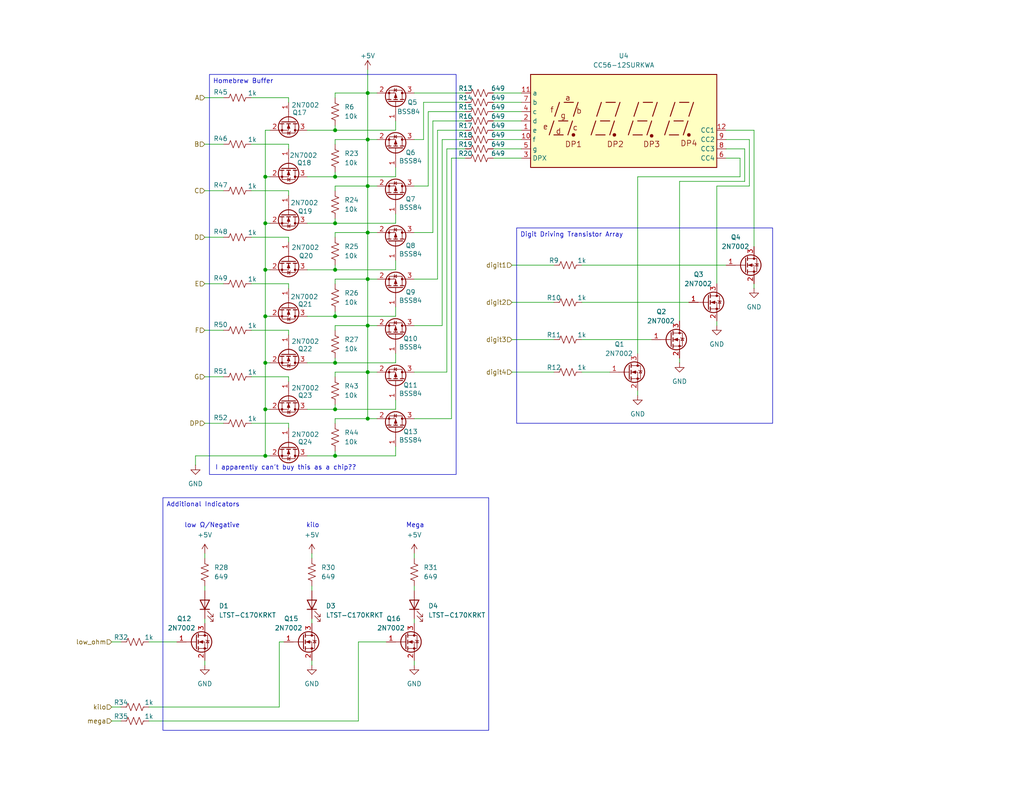
<source format=kicad_sch>
(kicad_sch (version 20231120) (generator "eeschema") (generator_version "8.0")
  (paper "A")
  (title_block (title "Multimeter Display") (date "2024-03-03") (rev "2"))
  (lib_symbols
    (symbol "Device:LED" (pin_numbers hide) (pin_names (offset 1.016) hide)
      (property "Reference" "D" (at 0 2.54 0))
      (property "Value" "LED" (at 0 -2.54 0))
      (symbol "LED_1_1"
        (pin passive line (at -3.81 0 0) (length 2.54) (name "K") (number "1"))
        (pin passive line (at 3.81 0 180) (length 2.54) (name "A") (number "2"))
      )
    )
    (symbol "Device:R_US" (pin_numbers hide) (pin_names (offset 0))
      (property "Reference" "R" (at 2.54 0 90))
      (property "Value" "R_US" (at -2.54 0 90))
      (symbol "R_US_1_1"
        (pin passive line (at 0 3.81 270) (length 1.27) (name "~") (number "1"))
        (pin passive line (at 0 -3.81 90) (length 1.27) (name "~") (number "2"))
      )
    )
    (symbol "Display_Character:CC56-12SURKWA"
      (property "Reference" "U" (at -24.13 13.97 0))
      (property "Value" "CC56-12SURKWA" (at 16.51 13.97 0))
      (symbol "CC56-12SURKWA_0_0"
        (text "a" (at -15.24 6.35 0) (effects (font (size 1.524 1.524))))
        (text "b" (at -12.192 2.794 0) (effects (font (size 1.524 1.524))))
        (text "c" (at -13.208 -1.778 0) (effects (font (size 1.524 1.524))))
        (text "d" (at -17.78 -2.794 0) (effects (font (size 1.524 1.524))))
        (text "DP1" (at -13.716 -6.35 0) (effects (font (size 1.524 1.524))))
        (text "DP2" (at -2.286 -6.35 0) (effects (font (size 1.524 1.524))))
        (text "DP3" (at 7.62 -6.35 0) (effects (font (size 1.524 1.524))))
        (text "DP4" (at 17.78 -6.096 0) (effects (font (size 1.524 1.524))))
        (text "e" (at -21.336 -1.524 0) (effects (font (size 1.524 1.524))))
        (text "f" (at -19.558 3.048 0) (effects (font (size 1.524 1.524))))
        (text "g" (at -16.51 1.524 0) (effects (font (size 1.524 1.524))))
      )
      (symbol "CC56-12SURKWA_1_1"
        (pin input line (at -27.94 -2.54 0) (length 2.54) (name "e") (number "1"))
        (pin input line (at -27.94 -5.08 0) (length 2.54) (name "f") (number "10"))
        (pin input line (at -27.94 7.62 0) (length 2.54) (name "a") (number "11"))
        (pin input line (at 27.94 -2.54 180) (length 2.54) (name "CC1") (number "12"))
        (pin input line (at -27.94 0 0) (length 2.54) (name "d") (number "2"))
        (pin input line (at -27.94 -10.16 0) (length 2.54) (name "DPX") (number "3"))
        (pin input line (at -27.94 2.54 0) (length 2.54) (name "c") (number "4"))
        (pin input line (at -27.94 -7.62 0) (length 2.54) (name "g") (number "5"))
        (pin input line (at 27.94 -10.16 180) (length 2.54) (name "CC4") (number "6"))
        (pin input line (at -27.94 5.08 0) (length 2.54) (name "b") (number "7"))
        (pin input line (at 27.94 -7.62 180) (length 2.54) (name "CC3") (number "8"))
        (pin input line (at 27.94 -5.08 180) (length 2.54) (name "CC2") (number "9"))
      )
    )
    (symbol "Transistor_FET:2N7002" (pin_names hide)
      (property "Reference" "Q" (at 5.08 1.905 0))
      (property "Value" "2N7002" (at 5.08 0 0))
      (symbol "2N7002_1_1"
        (pin input line (at -5.08 0 0) (length 2.54) (name "G") (number "1"))
        (pin passive line (at 2.54 -5.08 90) (length 2.54) (name "S") (number "2"))
        (pin passive line (at 2.54 5.08 270) (length 2.54) (name "D") (number "3"))
      )
    )
    (symbol "Transistor_FET:BSS84" (pin_names hide)
      (property "Reference" "Q" (at 5.08 1.905 0))
      (property "Value" "BSS84" (at 5.08 0 0))
      (symbol "BSS84_1_1"
        (pin input line (at -5.08 0 0) (length 2.54) (name "G") (number "1"))
        (pin passive line (at 2.54 -5.08 90) (length 2.54) (name "S") (number "2"))
        (pin passive line (at 2.54 5.08 270) (length 2.54) (name "D") (number "3"))
      )
    )
    (symbol "power:+5V" (power) (pin_numbers hide) (pin_names (offset 0) hide)
      (property "Value" "+5V" (at 0 3.556 0))
      (symbol "+5V_1_1"
        (pin power_in line (at 0 0 90) (length 0) (name "~") (number "1"))
      )
    )
    (symbol "power:GND" (power) (pin_numbers hide) (pin_names (offset 0) hide)
      (property "Value" "GND" (at 0 -3.81 0))
      (symbol "GND_1_1"
        (pin power_in line (at 0 0 270) (length 0) (name "~") (number "1"))
      )
    )
  )
  (junction (at 72.39 48.26))
  (junction (at 91.44 48.26))
  (junction (at 72.39 99.06))
  (junction (at 91.44 111.76))
  (junction (at 72.39 111.76))
  (junction (at 100.33 25.4))
  (junction (at 72.39 73.66))
  (junction (at 91.44 60.96))
  (junction (at 91.44 86.36))
  (junction (at 72.39 60.96))
  (junction (at 91.44 35.56))
  (junction (at 72.39 124.46))
  (junction (at 100.33 101.6))
  (junction (at 72.39 86.36))
  (junction (at 91.44 99.06))
  (junction (at 100.33 50.8))
  (junction (at 100.33 63.5))
  (junction (at 100.33 114.3))
  (junction (at 91.44 124.46))
  (junction (at 100.33 88.9))
  (junction (at 100.33 38.1))
  (junction (at 91.44 73.66))
  (junction (at 100.33 76.2))
  (wire (pts (xy 91.44 63.5) (xy 91.44 64.77)))
  (wire (pts (xy 91.44 102.87) (xy 91.44 101.6)))
  (wire (pts (xy 91.44 111.76) (xy 91.44 110.49)))
  (wire (pts (xy 100.33 50.8) (xy 100.33 63.5)))
  (wire (pts (xy 118.11 33.02) (xy 127 33.02)))
  (wire (pts (xy 72.39 60.96) (xy 72.39 48.26)))
  (wire (pts (xy 116.84 50.8) (xy 116.84 30.48)))
  (wire (pts (xy 72.39 73.66) (xy 72.39 60.96)))
  (wire (pts (xy 100.33 63.5) (xy 100.33 76.2)))
  (wire (pts (xy 91.44 50.8) (xy 91.44 52.07)))
  (wire (pts (xy 78.74 115.57) (xy 78.74 116.84)))
  (wire (pts (xy 107.95 73.66) (xy 107.95 71.12)))
  (wire (pts (xy 68.58 77.47) (xy 78.74 77.47)))
  (wire (pts (xy 121.92 40.64) (xy 127 40.64)))
  (wire (pts (xy 100.33 101.6) (xy 102.87 101.6)))
  (wire (pts (xy 68.58 90.17) (xy 78.74 90.17)))
  (wire (pts (xy 83.82 86.36) (xy 91.44 86.36)))
  (wire (pts (xy 91.44 76.2) (xy 100.33 76.2)))
  (wire (pts (xy 72.39 60.96) (xy 73.66 60.96)))
  (wire (pts (xy 119.38 76.2) (xy 119.38 35.56)))
  (wire (pts (xy 107.95 124.46) (xy 107.95 121.92)))
  (wire (pts (xy 72.39 86.36) (xy 73.66 86.36)))
  (wire (pts (xy 68.58 102.87) (xy 78.74 102.87)))
  (wire (pts (xy 102.87 50.8) (xy 100.33 50.8)))
  (wire (pts (xy 55.88 180.34) (xy 55.88 181.61)))
  (wire (pts (xy 100.33 76.2) (xy 102.87 76.2)))
  (wire (pts (xy 78.74 64.77) (xy 78.74 66.04)))
  (wire (pts (xy 91.44 73.66) (xy 107.95 73.66)))
  (wire (pts (xy 85.09 168.91) (xy 85.09 170.18)))
  (wire (pts (xy 102.87 88.9) (xy 100.33 88.9)))
  (wire (pts (xy 68.58 115.57) (xy 78.74 115.57)))
  (wire (pts (xy 55.88 77.47) (xy 60.96 77.47)))
  (wire (pts (xy 107.95 99.06) (xy 107.95 96.52)))
  (wire (pts (xy 205.74 77.47) (xy 205.74 78.74)))
  (wire (pts (xy 100.33 63.5) (xy 91.44 63.5)))
  (wire (pts (xy 55.88 102.87) (xy 60.96 102.87)))
  (wire (pts (xy 134.62 38.1) (xy 142.24 38.1)))
  (wire (pts (xy 102.87 63.5) (xy 100.33 63.5)))
  (wire (pts (xy 68.58 39.37) (xy 78.74 39.37)))
  (wire (pts (xy 53.34 127) (xy 53.34 124.46)))
  (wire (pts (xy 107.95 111.76) (xy 91.44 111.76)))
  (wire (pts (xy 100.33 38.1) (xy 100.33 50.8)))
  (wire (pts (xy 55.88 90.17) (xy 60.96 90.17)))
  (wire (pts (xy 72.39 99.06) (xy 73.66 99.06)))
  (wire (pts (xy 107.95 35.56) (xy 107.95 33.02)))
  (wire (pts (xy 113.03 151.13) (xy 113.03 152.4)))
  (wire (pts (xy 76.2 193.04) (xy 76.2 175.26)))
  (wire (pts (xy 91.44 38.1) (xy 91.44 39.37)))
  (wire (pts (xy 30.48 175.26) (xy 33.02 175.26)))
  (wire (pts (xy 139.7 72.39) (xy 151.13 72.39)))
  (wire (pts (xy 203.2 49.53) (xy 203.2 40.64)))
  (wire (pts (xy 91.44 59.69) (xy 91.44 60.96)))
  (wire (pts (xy 134.62 27.94) (xy 142.24 27.94)))
  (wire (pts (xy 201.93 43.18) (xy 198.12 43.18)))
  (wire (pts (xy 100.33 38.1) (xy 91.44 38.1)))
  (wire (pts (xy 120.65 88.9) (xy 120.65 38.1)))
  (wire (pts (xy 72.39 73.66) (xy 73.66 73.66)))
  (wire (pts (xy 203.2 40.64) (xy 198.12 40.64)))
  (wire (pts (xy 119.38 35.56) (xy 127 35.56)))
  (wire (pts (xy 100.33 25.4) (xy 102.87 25.4)))
  (wire (pts (xy 97.79 175.26) (xy 105.41 175.26)))
  (wire (pts (xy 30.48 196.85) (xy 33.02 196.85)))
  (wire (pts (xy 100.33 19.05) (xy 100.33 25.4)))
  (wire (pts (xy 72.39 99.06) (xy 72.39 86.36)))
  (wire (pts (xy 55.88 168.91) (xy 55.88 170.18)))
  (wire (pts (xy 173.99 96.52) (xy 173.99 48.26)))
  (wire (pts (xy 123.19 114.3) (xy 123.19 43.18)))
  (wire (pts (xy 91.44 86.36) (xy 91.44 85.09)))
  (wire (pts (xy 134.62 40.64) (xy 142.24 40.64)))
  (wire (pts (xy 113.03 168.91) (xy 113.03 170.18)))
  (wire (pts (xy 97.79 196.85) (xy 97.79 175.26)))
  (wire (pts (xy 195.58 87.63) (xy 195.58 88.9)))
  (wire (pts (xy 91.44 101.6) (xy 100.33 101.6)))
  (wire (pts (xy 55.88 26.67) (xy 60.96 26.67)))
  (wire (pts (xy 55.88 39.37) (xy 60.96 39.37)))
  (wire (pts (xy 91.44 34.29) (xy 91.44 35.56)))
  (wire (pts (xy 91.44 25.4) (xy 100.33 25.4)))
  (wire (pts (xy 116.84 30.48) (xy 127 30.48)))
  (wire (pts (xy 102.87 38.1) (xy 100.33 38.1)))
  (wire (pts (xy 201.93 48.26) (xy 201.93 43.18)))
  (wire (pts (xy 113.03 76.2) (xy 119.38 76.2)))
  (wire (pts (xy 100.33 76.2) (xy 100.33 88.9)))
  (wire (pts (xy 68.58 64.77) (xy 78.74 64.77)))
  (wire (pts (xy 158.75 92.71) (xy 177.8 92.71)))
  (wire (pts (xy 158.75 101.6) (xy 166.37 101.6)))
  (wire (pts (xy 173.99 106.68) (xy 173.99 107.95)))
  (wire (pts (xy 102.87 114.3) (xy 100.33 114.3)))
  (wire (pts (xy 91.44 35.56) (xy 107.95 35.56)))
  (wire (pts (xy 85.09 151.13) (xy 85.09 152.4)))
  (wire (pts (xy 185.42 49.53) (xy 203.2 49.53)))
  (wire (pts (xy 113.03 25.4) (xy 127 25.4)))
  (wire (pts (xy 115.57 27.94) (xy 127 27.94)))
  (wire (pts (xy 78.74 26.67) (xy 78.74 27.94)))
  (wire (pts (xy 72.39 48.26) (xy 73.66 48.26)))
  (wire (pts (xy 55.88 64.77) (xy 60.96 64.77)))
  (wire (pts (xy 72.39 124.46) (xy 72.39 111.76)))
  (wire (pts (xy 91.44 99.06) (xy 107.95 99.06)))
  (wire (pts (xy 134.62 30.48) (xy 142.24 30.48)))
  (wire (pts (xy 123.19 43.18) (xy 127 43.18)))
  (wire (pts (xy 113.03 88.9) (xy 120.65 88.9)))
  (wire (pts (xy 83.82 73.66) (xy 91.44 73.66)))
  (wire (pts (xy 100.33 88.9) (xy 100.33 101.6)))
  (wire (pts (xy 185.42 87.63) (xy 185.42 49.53)))
  (wire (pts (xy 113.03 50.8) (xy 116.84 50.8)))
  (wire (pts (xy 158.75 82.55) (xy 187.96 82.55)))
  (wire (pts (xy 68.58 52.07) (xy 78.74 52.07)))
  (wire (pts (xy 195.58 77.47) (xy 195.58 50.8)))
  (wire (pts (xy 205.74 35.56) (xy 198.12 35.56)))
  (wire (pts (xy 55.88 151.13) (xy 55.88 152.4)))
  (wire (pts (xy 91.44 97.79) (xy 91.44 99.06)))
  (wire (pts (xy 134.62 33.02) (xy 142.24 33.02)))
  (wire (pts (xy 107.95 86.36) (xy 91.44 86.36)))
  (wire (pts (xy 173.99 48.26) (xy 201.93 48.26)))
  (wire (pts (xy 113.03 160.02) (xy 113.03 161.29)))
  (wire (pts (xy 113.03 180.34) (xy 113.03 181.61)))
  (wire (pts (xy 91.44 114.3) (xy 91.44 115.57)))
  (wire (pts (xy 78.74 77.47) (xy 78.74 78.74)))
  (wire (pts (xy 115.57 38.1) (xy 115.57 27.94)))
  (wire (pts (xy 40.64 196.85) (xy 97.79 196.85)))
  (wire (pts (xy 91.44 123.19) (xy 91.44 124.46)))
  (wire (pts (xy 100.33 114.3) (xy 91.44 114.3)))
  (wire (pts (xy 134.62 35.56) (xy 142.24 35.56)))
  (wire (pts (xy 83.82 99.06) (xy 91.44 99.06)))
  (wire (pts (xy 113.03 38.1) (xy 115.57 38.1)))
  (wire (pts (xy 100.33 50.8) (xy 91.44 50.8)))
  (wire (pts (xy 72.39 35.56) (xy 73.66 35.56)))
  (wire (pts (xy 204.47 50.8) (xy 204.47 38.1)))
  (wire (pts (xy 158.75 72.39) (xy 198.12 72.39)))
  (wire (pts (xy 134.62 25.4) (xy 142.24 25.4)))
  (wire (pts (xy 107.95 83.82) (xy 107.95 86.36)))
  (wire (pts (xy 72.39 111.76) (xy 72.39 99.06)))
  (wire (pts (xy 72.39 111.76) (xy 73.66 111.76)))
  (wire (pts (xy 72.39 124.46) (xy 73.66 124.46)))
  (wire (pts (xy 107.95 48.26) (xy 107.95 45.72)))
  (wire (pts (xy 30.48 193.04) (xy 33.02 193.04)))
  (wire (pts (xy 91.44 88.9) (xy 91.44 90.17)))
  (wire (pts (xy 78.74 90.17) (xy 78.74 91.44)))
  (wire (pts (xy 55.88 115.57) (xy 60.96 115.57)))
  (wire (pts (xy 91.44 72.39) (xy 91.44 73.66)))
  (wire (pts (xy 205.74 35.56) (xy 205.74 67.31)))
  (wire (pts (xy 83.82 111.76) (xy 91.44 111.76)))
  (wire (pts (xy 139.7 92.71) (xy 151.13 92.71)))
  (wire (pts (xy 83.82 124.46) (xy 91.44 124.46)))
  (wire (pts (xy 40.64 175.26) (xy 48.26 175.26)))
  (wire (pts (xy 91.44 77.47) (xy 91.44 76.2)))
  (wire (pts (xy 113.03 101.6) (xy 121.92 101.6)))
  (wire (pts (xy 91.44 48.26) (xy 107.95 48.26)))
  (wire (pts (xy 100.33 101.6) (xy 100.33 114.3)))
  (wire (pts (xy 72.39 48.26) (xy 72.39 35.56)))
  (wire (pts (xy 100.33 25.4) (xy 100.33 38.1)))
  (wire (pts (xy 120.65 38.1) (xy 127 38.1)))
  (wire (pts (xy 195.58 50.8) (xy 204.47 50.8)))
  (wire (pts (xy 76.2 175.26) (xy 77.47 175.26)))
  (wire (pts (xy 78.74 52.07) (xy 78.74 53.34)))
  (wire (pts (xy 91.44 60.96) (xy 107.95 60.96)))
  (wire (pts (xy 83.82 60.96) (xy 91.44 60.96)))
  (wire (pts (xy 118.11 63.5) (xy 118.11 33.02)))
  (wire (pts (xy 113.03 63.5) (xy 118.11 63.5)))
  (wire (pts (xy 139.7 82.55) (xy 151.13 82.55)))
  (wire (pts (xy 113.03 114.3) (xy 123.19 114.3)))
  (wire (pts (xy 107.95 109.22) (xy 107.95 111.76)))
  (wire (pts (xy 204.47 38.1) (xy 198.12 38.1)))
  (wire (pts (xy 53.34 124.46) (xy 72.39 124.46)))
  (wire (pts (xy 185.42 97.79) (xy 185.42 99.06)))
  (wire (pts (xy 55.88 160.02) (xy 55.88 161.29)))
  (wire (pts (xy 91.44 26.67) (xy 91.44 25.4)))
  (wire (pts (xy 121.92 101.6) (xy 121.92 40.64)))
  (wire (pts (xy 83.82 35.56) (xy 91.44 35.56)))
  (wire (pts (xy 134.62 43.18) (xy 142.24 43.18)))
  (wire (pts (xy 85.09 160.02) (xy 85.09 161.29)))
  (wire (pts (xy 68.58 26.67) (xy 78.74 26.67)))
  (wire (pts (xy 83.82 48.26) (xy 91.44 48.26)))
  (wire (pts (xy 85.09 180.34) (xy 85.09 181.61)))
  (wire (pts (xy 40.64 193.04) (xy 76.2 193.04)))
  (wire (pts (xy 139.7 101.6) (xy 151.13 101.6)))
  (wire (pts (xy 91.44 124.46) (xy 107.95 124.46)))
  (wire (pts (xy 107.95 60.96) (xy 107.95 58.42)))
  (wire (pts (xy 100.33 88.9) (xy 91.44 88.9)))
  (wire (pts (xy 78.74 102.87) (xy 78.74 104.14)))
  (wire (pts (xy 91.44 46.99) (xy 91.44 48.26)))
  (wire (pts (xy 78.74 39.37) (xy 78.74 40.64)))
  (wire (pts (xy 55.88 52.07) (xy 60.96 52.07)))
  (wire (pts (xy 72.39 86.36) (xy 72.39 73.66)))
  (text_box "Digit Driving Transistor Array" (at 140.97 62.23 0) (size 69.85 53.34) (effects (font (size 1.27 1.27)) (justify left top)))
  (text_box "Homebrew Buffer" (at 57.15 20.32 0) (size 67.31 109.22) (effects (font (size 1.27 1.27)) (justify left top)))
  (text_box "Additional Indicators" (at 44.45 135.89 0) (size 88.9 63.5) (effects (font (size 1.27 1.27)) (justify left top)))
  (text "kilo" (at 85.344 143.51 0) (effects (font (size 1.27 1.27))))
  (text "I apparently can't buy this as a chip??" (at 77.978 127.762 0) (effects (font (size 1.27 1.27))))
  (text "Mega" (at 113.284 143.51 0) (effects (font (size 1.27 1.27))))
  (text "low Ω/Negative" (at 50.292 144.272 0) (effects (font (size 1.27 1.27)) (justify left bottom)))
  (hierarchical_label "digit4" (shape input) (at 139.7 101.6 180))
  (hierarchical_label "B" (shape input) (at 55.88 39.37 180))
  (hierarchical_label "low_ohm" (shape input) (at 30.48 175.26 180))
  (hierarchical_label "kilo" (shape input) (at 30.48 193.04 180))
  (hierarchical_label "E" (shape input) (at 55.88 77.47 180))
  (hierarchical_label "digit2" (shape input) (at 139.7 82.55 180))
  (hierarchical_label "mega" (shape input) (at 30.48 196.85 180))
  (hierarchical_label "D" (shape input) (at 55.88 64.77 180))
  (hierarchical_label "DP" (shape input) (at 55.88 115.57 180))
  (hierarchical_label "digit1" (shape input) (at 139.7 72.39 180))
  (hierarchical_label "A" (shape input) (at 55.88 26.67 180))
  (hierarchical_label "F" (shape input) (at 55.88 90.17 180))
  (hierarchical_label "digit3" (shape input) (at 139.7 92.71 180))
  (hierarchical_label "G" (shape input) (at 55.88 102.87 180))
  (hierarchical_label "C" (shape input) (at 55.88 52.07 180))
  (symbol (lib_id "Device:R_US") (at 130.81 35.56 90) (unit 1)
    (property "Reference" "R17" (at 127 34.29 90))
    (property "Value" "649" (at 135.89 34.29 90))
    (property "Footprint" "Resistor_SMD:R_0805_2012Metric_Pad1.20x1.40mm_HandSolder" (effects (hide yes)))
    (property "Description" "Resistor, US symbol" (effects (hide yes)))
    (property "Digikey Part #" "RMCF0805FT649RCT-ND" (effects (hide yes)))
    (property "Part #" "RMCF0805FT649R" (effects (hide yes)))
    (property "Unit Price" "0.1" (effects (hide yes)))
  )
  (symbol (lib_id "Device:R_US") (at 154.94 82.55 90) (unit 1)
    (property "Reference" "R10" (at 151.13 81.28 90))
    (property "Value" "1k" (at 158.75 81.28 90))
    (property "Footprint" "Resistor_SMD:R_0805_2012Metric_Pad1.20x1.40mm_HandSolder" (effects (hide yes)))
    (property "Description" "Resistor, US symbol" (effects (hide yes)))
    (property "Digikey Part #" "RMCF0805FT1K00CT-ND" (effects (hide yes)))
    (property "Part #" "RMCF0805FT1K00" (effects (hide yes)))
    (property "Unit Price" "0.1" (effects (hide yes)))
  )
  (symbol (lib_id "Device:R_US") (at 91.44 119.38 0) (unit 1)
    (property "Reference" "R44" (at 93.98 118.1099 0) (effects (justify left)))
    (property "Value" "10k" (at 93.98 120.6499 0) (effects (justify left)))
    (property "Footprint" "Resistor_SMD:R_0805_2012Metric_Pad1.20x1.40mm_HandSolder" (effects (hide yes)))
    (property "Description" "Resistor, US symbol" (effects (hide yes)))
    (property "Digikey Part #" "RMCF0805FT10K0CT-ND" (effects (hide yes)))
    (property "Part #" "RMCF0805FT10K0" (effects (hide yes)))
    (property "Unit Price" "0.1" (effects (hide yes)))
  )
  (symbol (lib_id "Device:R_US") (at 36.83 193.04 90) (unit 1)
    (property "Reference" "R34" (at 33.02 191.77 90))
    (property "Value" "1k" (at 40.64 191.77 90))
    (property "Footprint" "Resistor_SMD:R_0805_2012Metric_Pad1.20x1.40mm_HandSolder" (effects (hide yes)))
    (property "Description" "Resistor, US symbol" (effects (hide yes)))
    (property "Digikey Part #" "RMCF0805FT1K00CT-ND" (effects (hide yes)))
    (property "Part #" "RMCF0805FT1K00" (effects (hide yes)))
    (property "Unit Price" "0.1" (effects (hide yes)))
  )
  (symbol (lib_id "power:+5V") (at 55.88 151.13 0) (unit 1)
    (property "Reference" "#PWR041" (effects (hide yes)))
    (property "Value" "+5V" (at 55.88 146.05 0))
    (property "Description" "Power symbol creates a global label with name \"+5V\"" (effects (hide yes)))
  )
  (symbol (lib_id "Device:R_US") (at 154.94 101.6 90) (unit 1)
    (property "Reference" "R12" (at 151.13 100.33 90))
    (property "Value" "1k" (at 158.75 100.33 90))
    (property "Footprint" "Resistor_SMD:R_0805_2012Metric_Pad1.20x1.40mm_HandSolder" (effects (hide yes)))
    (property "Description" "Resistor, US symbol" (effects (hide yes)))
    (property "Digikey Part #" "RMCF0805FT1K00CT-ND" (effects (hide yes)))
    (property "Part #" "RMCF0805FT1K00" (effects (hide yes)))
    (property "Unit Price" "0.1" (effects (hide yes)))
  )
  (symbol (lib_id "Transistor_FET:BSS84") (at 107.95 104.14 270) (mirror x) (unit 1)
    (property "Reference" "Q11" (at 112.014 105.156 90))
    (property "Value" "BSS84" (at 112.014 107.442 90))
    (property "Footprint" "Package_TO_SOT_SMD:SOT-23" (effects (hide yes)))
    (property "Datasheet" "http://assets.nexperia.com/documents/data-sheet/BSS84.pdf" (effects (hide yes)))
    (property "Description" "-0.13A Id, -50V Vds, P-Channel MOSFET, SOT-23" (effects (hide yes)))
    (property "Digikey Part #" "BSS84CT-ND" (effects (hide yes)))
    (property "Part #" "BSS84" (effects (hide yes)))
    (property "Unit Price" "0.48" (effects (hide yes)))
  )
  (symbol (lib_id "power:GND") (at 55.88 181.61 0) (unit 1)
    (property "Reference" "#PWR021" (effects (hide yes)))
    (property "Value" "GND" (at 55.88 186.69 0))
    (property "Description" "Power symbol creates a global label with name \"GND\" , ground" (effects (hide yes)))
  )
  (symbol (lib_id "Device:R_US") (at 91.44 55.88 0) (unit 1)
    (property "Reference" "R24" (at 93.98 54.6099 0) (effects (justify left)))
    (property "Value" "10k" (at 93.98 57.1499 0) (effects (justify left)))
    (property "Footprint" "Resistor_SMD:R_0805_2012Metric_Pad1.20x1.40mm_HandSolder" (effects (hide yes)))
    (property "Description" "Resistor, US symbol" (effects (hide yes)))
    (property "Digikey Part #" "RMCF0805FT10K0CT-ND" (effects (hide yes)))
    (property "Part #" "RMCF0805FT10K0" (effects (hide yes)))
    (property "Unit Price" "0.1" (effects (hide yes)))
  )
  (symbol (lib_id "Device:R_US") (at 91.44 81.28 0) (unit 1)
    (property "Reference" "R26" (at 93.98 80.0099 0) (effects (justify left)))
    (property "Value" "10k" (at 93.98 82.5499 0) (effects (justify left)))
    (property "Footprint" "Resistor_SMD:R_0805_2012Metric_Pad1.20x1.40mm_HandSolder" (effects (hide yes)))
    (property "Description" "Resistor, US symbol" (effects (hide yes)))
    (property "Digikey Part #" "RMCF0805FT10K0CT-ND" (effects (hide yes)))
    (property "Part #" "RMCF0805FT10K0" (effects (hide yes)))
    (property "Unit Price" "0.1" (effects (hide yes)))
  )
  (symbol (lib_id "Display_Character:CC56-12SURKWA") (at 170.18 33.02 0) (unit 1)
    (property "Reference" "U4" (at 170.18 15.24 0))
    (property "Value" "CC56-12SURKWA" (at 170.18 17.78 0))
    (property "Footprint" "Display_7Segment:CA56-12SURKWA" (effects (hide yes)))
    (property "Datasheet" "http://www.kingbright.com/attachments/file/psearch/000/00/00/CC56-12SURKWA(Ver.7A).pdf" (effects (hide yes)))
    (property "Description" "4 digit 7 segment hyper red LED, common cathode" (effects (hide yes)))
    (property "Digikey Part #" "754-CC56-12SURKWA-ND" (effects (hide yes)))
    (property "Part #" "CC56-12SURKWA" (effects (hide yes)))
    (property "Unit Price" "6.38" (effects (hide yes)))
  )
  (symbol (lib_id "power:GND") (at 53.34 127 0) (unit 1)
    (property "Reference" "#PWR01" (effects (hide yes)))
    (property "Value" "GND" (at 53.34 132.08 0))
    (property "Description" "Power symbol creates a global label with name \"GND\" , ground" (effects (hide yes)))
  )
  (symbol (lib_id "Transistor_FET:2N7002") (at 53.34 175.26 0) (unit 1)
    (property "Reference" "Q12" (at 48.26 168.91 0) (effects (justify left)))
    (property "Value" "2N7002" (at 45.72 171.45 0) (effects (justify left)))
    (property "Footprint" "Package_TO_SOT_SMD:SOT-23" (effects (hide yes)))
    (property "Datasheet" "https://www.onsemi.com/pub/Collateral/NDS7002A-D.PDF" (effects (hide yes)))
    (property "Description" "0.115A Id, 60V Vds, N-Channel MOSFET, SOT-23" (effects (hide yes)))
    (property "Digikey Part #" "2N7002NCT-ND" (effects (hide yes)))
    (property "Part #" "2N7002" (effects (hide yes)))
    (property "Unit Price" "0.45" (effects (hide yes)))
  )
  (symbol (lib_id "Device:R_US") (at 64.77 115.57 90) (unit 1)
    (property "Reference" "R52" (at 60.198 114.046 90))
    (property "Value" "1k" (at 68.834 114.3 90))
    (property "Footprint" "Resistor_SMD:R_0805_2012Metric_Pad1.20x1.40mm_HandSolder" (effects (hide yes)))
    (property "Description" "Resistor, US symbol" (effects (hide yes)))
    (property "Digikey Part #" "RMCF0805FT1K00CT-ND" (effects (hide yes)))
    (property "Part #" "RMCF0805FT1K00" (effects (hide yes)))
    (property "Unit Price" "0.1" (effects (hide yes)))
  )
  (symbol (lib_id "Device:R_US") (at 64.77 26.67 90) (unit 1)
    (property "Reference" "R45" (at 60.198 25.146 90))
    (property "Value" "1k" (at 68.834 25.4 90))
    (property "Footprint" "Resistor_SMD:R_0805_2012Metric_Pad1.20x1.40mm_HandSolder" (effects (hide yes)))
    (property "Description" "Resistor, US symbol" (effects (hide yes)))
    (property "Digikey Part #" "RMCF0805FT1K00CT-ND" (effects (hide yes)))
    (property "Part #" "RMCF0805FT1K00" (effects (hide yes)))
    (property "Unit Price" "0.1" (effects (hide yes)))
  )
  (symbol (lib_id "Transistor_FET:2N7002") (at 78.74 45.72 270) (unit 1)
    (property "Reference" "Q18" (at 81.026 44.45 90) (effects (justify left)))
    (property "Value" "2N7002" (at 78.994 42.418 90) (effects (justify left)))
    (property "Footprint" "Package_TO_SOT_SMD:SOT-23" (effects (hide yes)))
    (property "Datasheet" "https://www.onsemi.com/pub/Collateral/NDS7002A-D.PDF" (effects (hide yes)))
    (property "Description" "0.115A Id, 60V Vds, N-Channel MOSFET, SOT-23" (effects (hide yes)))
    (property "Digikey Part #" "2N7002NCT-ND" (effects (hide yes)))
    (property "Part #" "2N7002" (effects (hide yes)))
    (property "Unit Price" "0.45" (effects (hide yes)))
  )
  (symbol (lib_id "Transistor_FET:2N7002") (at 203.2 72.39 0) (unit 1)
    (property "Reference" "Q4" (at 199.39 64.77 0) (effects (justify left)))
    (property "Value" "2N7002" (at 196.85 67.31 0) (effects (justify left)))
    (property "Footprint" "Package_TO_SOT_SMD:SOT-23" (effects (hide yes)))
    (property "Datasheet" "https://www.onsemi.com/pub/Collateral/NDS7002A-D.PDF" (effects (hide yes)))
    (property "Description" "0.115A Id, 60V Vds, N-Channel MOSFET, SOT-23" (effects (hide yes)))
    (property "Digikey Part #" "2N7002NCT-ND" (effects (hide yes)))
    (property "Part #" "2N7002" (effects (hide yes)))
    (property "Unit Price" "0.45" (effects (hide yes)))
  )
  (symbol (lib_id "Transistor_FET:2N7002") (at 78.74 96.52 270) (unit 1)
    (property "Reference" "Q22" (at 81.28 95.25 90) (effects (justify left)))
    (property "Value" "2N7002" (at 79.502 93.218 90) (effects (justify left)))
    (property "Footprint" "Package_TO_SOT_SMD:SOT-23" (effects (hide yes)))
    (property "Datasheet" "https://www.onsemi.com/pub/Collateral/NDS7002A-D.PDF" (effects (hide yes)))
    (property "Description" "0.115A Id, 60V Vds, N-Channel MOSFET, SOT-23" (effects (hide yes)))
    (property "Digikey Part #" "2N7002NCT-ND" (effects (hide yes)))
    (property "Part #" "2N7002" (effects (hide yes)))
    (property "Unit Price" "0.45" (effects (hide yes)))
  )
  (symbol (lib_id "Device:LED") (at 55.88 165.1 90) (unit 1)
    (property "Reference" "D1" (at 59.69 165.4175 90) (effects (justify right)))
    (property "Value" "LTST-C170KRKT" (at 59.69 167.9575 90) (effects (justify right)))
    (property "Footprint" "LED_SMD:LED_0805_2012Metric" (effects (hide yes)))
    (property "Description" "Light emitting diode" (effects (hide yes)))
    (property "Digikey Part #" "160-1415-1-ND" (effects (hide yes)))
    (property "Part #" "LTST-C170KRKT" (effects (hide yes)))
    (property "Unit Price" "0.32" (effects (hide yes)))
  )
  (symbol (lib_id "Transistor_FET:2N7002") (at 182.88 92.71 0) (unit 1)
    (property "Reference" "Q2" (at 179.07 85.09 0) (effects (justify left)))
    (property "Value" "2N7002" (at 176.53 87.63 0) (effects (justify left)))
    (property "Footprint" "Package_TO_SOT_SMD:SOT-23" (effects (hide yes)))
    (property "Datasheet" "https://www.onsemi.com/pub/Collateral/NDS7002A-D.PDF" (effects (hide yes)))
    (property "Description" "0.115A Id, 60V Vds, N-Channel MOSFET, SOT-23" (effects (hide yes)))
    (property "Digikey Part #" "2N7002NCT-ND" (effects (hide yes)))
    (property "Part #" "2N7002" (effects (hide yes)))
    (property "Unit Price" "0.45" (effects (hide yes)))
  )
  (symbol (lib_id "Device:R_US") (at 91.44 93.98 0) (unit 1)
    (property "Reference" "R27" (at 93.98 92.7099 0) (effects (justify left)))
    (property "Value" "10k" (at 93.98 95.2499 0) (effects (justify left)))
    (property "Footprint" "Resistor_SMD:R_0805_2012Metric_Pad1.20x1.40mm_HandSolder" (effects (hide yes)))
    (property "Description" "Resistor, US symbol" (effects (hide yes)))
    (property "Digikey Part #" "RMCF0805FT10K0CT-ND" (effects (hide yes)))
    (property "Part #" "RMCF0805FT10K0" (effects (hide yes)))
    (property "Unit Price" "0.1" (effects (hide yes)))
  )
  (symbol (lib_id "Transistor_FET:BSS84") (at 107.95 53.34 270) (mirror x) (unit 1)
    (property "Reference" "Q7" (at 112.014 54.356 90))
    (property "Value" "BSS84" (at 112.014 56.642 90))
    (property "Footprint" "Package_TO_SOT_SMD:SOT-23" (effects (hide yes)))
    (property "Datasheet" "http://assets.nexperia.com/documents/data-sheet/BSS84.pdf" (effects (hide yes)))
    (property "Description" "-0.13A Id, -50V Vds, P-Channel MOSFET, SOT-23" (effects (hide yes)))
    (property "Digikey Part #" "BSS84CT-ND" (effects (hide yes)))
    (property "Part #" "BSS84" (effects (hide yes)))
    (property "Unit Price" "0.48" (effects (hide yes)))
  )
  (symbol (lib_id "Transistor_FET:2N7002") (at 78.74 83.82 270) (unit 1)
    (property "Reference" "Q21" (at 81.28 83.058 90) (effects (justify left)))
    (property "Value" "2N7002" (at 79.248 81.026 90) (effects (justify left)))
    (property "Footprint" "Package_TO_SOT_SMD:SOT-23" (effects (hide yes)))
    (property "Datasheet" "https://www.onsemi.com/pub/Collateral/NDS7002A-D.PDF" (effects (hide yes)))
    (property "Description" "0.115A Id, 60V Vds, N-Channel MOSFET, SOT-23" (effects (hide yes)))
    (property "Digikey Part #" "2N7002NCT-ND" (effects (hide yes)))
    (property "Part #" "2N7002" (effects (hide yes)))
    (property "Unit Price" "0.45" (effects (hide yes)))
  )
  (symbol (lib_id "Transistor_FET:BSS84") (at 107.95 91.44 270) (mirror x) (unit 1)
    (property "Reference" "Q10" (at 112.014 92.456 90))
    (property "Value" "BSS84" (at 112.014 94.742 90))
    (property "Footprint" "Package_TO_SOT_SMD:SOT-23" (effects (hide yes)))
    (property "Datasheet" "http://assets.nexperia.com/documents/data-sheet/BSS84.pdf" (effects (hide yes)))
    (property "Description" "-0.13A Id, -50V Vds, P-Channel MOSFET, SOT-23" (effects (hide yes)))
    (property "Digikey Part #" "BSS84CT-ND" (effects (hide yes)))
    (property "Part #" "BSS84" (effects (hide yes)))
    (property "Unit Price" "0.48" (effects (hide yes)))
  )
  (symbol (lib_id "Device:R_US") (at 91.44 43.18 0) (unit 1)
    (property "Reference" "R23" (at 93.98 41.9099 0) (effects (justify left)))
    (property "Value" "10k" (at 93.98 44.4499 0) (effects (justify left)))
    (property "Footprint" "Resistor_SMD:R_0805_2012Metric_Pad1.20x1.40mm_HandSolder" (effects (hide yes)))
    (property "Description" "Resistor, US symbol" (effects (hide yes)))
    (property "Digikey Part #" "RMCF0805FT10K0CT-ND" (effects (hide yes)))
    (property "Part #" "RMCF0805FT10K0" (effects (hide yes)))
    (property "Unit Price" "0.1" (effects (hide yes)))
  )
  (symbol (lib_id "Transistor_FET:2N7002") (at 82.55 175.26 0) (unit 1)
    (property "Reference" "Q15" (at 77.47 168.91 0) (effects (justify left)))
    (property "Value" "2N7002" (at 74.93 171.45 0) (effects (justify left)))
    (property "Footprint" "Package_TO_SOT_SMD:SOT-23" (effects (hide yes)))
    (property "Datasheet" "https://www.onsemi.com/pub/Collateral/NDS7002A-D.PDF" (effects (hide yes)))
    (property "Description" "0.115A Id, 60V Vds, N-Channel MOSFET, SOT-23" (effects (hide yes)))
    (property "Digikey Part #" "2N7002NCT-ND" (effects (hide yes)))
    (property "Part #" "2N7002" (effects (hide yes)))
    (property "Unit Price" "0.45" (effects (hide yes)))
  )
  (symbol (lib_id "Device:R_US") (at 85.09 156.21 0) (unit 1)
    (property "Reference" "R30" (at 87.63 154.94 0) (effects (justify left)))
    (property "Value" "649" (at 87.63 157.48 0) (effects (justify left)))
    (property "Footprint" "Resistor_SMD:R_0805_2012Metric_Pad1.20x1.40mm_HandSolder" (effects (hide yes)))
    (property "Description" "Resistor, US symbol" (effects (hide yes)))
    (property "Digikey Part #" "RMCF0805FT649RCT-ND" (effects (hide yes)))
    (property "Part #" "RMCF0805FT649R" (effects (hide yes)))
    (property "Unit Price" "0.1" (effects (hide yes)))
  )
  (symbol (lib_id "Device:R_US") (at 36.83 175.26 90) (unit 1)
    (property "Reference" "R32" (at 33.02 173.99 90))
    (property "Value" "1k" (at 40.64 173.99 90))
    (property "Footprint" "Resistor_SMD:R_0805_2012Metric_Pad1.20x1.40mm_HandSolder" (effects (hide yes)))
    (property "Description" "Resistor, US symbol" (effects (hide yes)))
    (property "Digikey Part #" "RMCF0805FT1K00CT-ND" (effects (hide yes)))
    (property "Part #" "RMCF0805FT1K00" (effects (hide yes)))
    (property "Unit Price" "0.1" (effects (hide yes)))
  )
  (symbol (lib_id "Transistor_FET:BSS84") (at 107.95 40.64 270) (mirror x) (unit 1)
    (property "Reference" "Q6" (at 112.014 41.656 90))
    (property "Value" "BSS84" (at 112.014 43.942 90))
    (property "Footprint" "Package_TO_SOT_SMD:SOT-23" (effects (hide yes)))
    (property "Datasheet" "http://assets.nexperia.com/documents/data-sheet/BSS84.pdf" (effects (hide yes)))
    (property "Description" "-0.13A Id, -50V Vds, P-Channel MOSFET, SOT-23" (effects (hide yes)))
    (property "Digikey Part #" "BSS84CT-ND" (effects (hide yes)))
    (property "Part #" "BSS84" (effects (hide yes)))
    (property "Unit Price" "0.48" (effects (hide yes)))
  )
  (symbol (lib_id "Device:R_US") (at 130.81 38.1 90) (unit 1)
    (property "Reference" "R18" (at 127 36.83 90))
    (property "Value" "649" (at 135.89 36.83 90))
    (property "Footprint" "Resistor_SMD:R_0805_2012Metric_Pad1.20x1.40mm_HandSolder" (effects (hide yes)))
    (property "Description" "Resistor, US symbol" (effects (hide yes)))
    (property "Digikey Part #" "RMCF0805FT649RCT-ND" (effects (hide yes)))
    (property "Part #" "RMCF0805FT649R" (effects (hide yes)))
    (property "Unit Price" "0.1" (effects (hide yes)))
  )
  (symbol (lib_id "Device:LED") (at 85.09 165.1 90) (unit 1)
    (property "Reference" "D3" (at 88.9 165.4175 90) (effects (justify right)))
    (property "Value" "LTST-C170KRKT" (at 88.9 167.9575 90) (effects (justify right)))
    (property "Footprint" "LED_SMD:LED_0805_2012Metric" (effects (hide yes)))
    (property "Description" "Light emitting diode" (effects (hide yes)))
    (property "Digikey Part #" "160-1415-1-ND" (effects (hide yes)))
    (property "Part #" "LTST-C170KRKT" (effects (hide yes)))
    (property "Unit Price" "0.32" (effects (hide yes)))
  )
  (symbol (lib_id "Device:R_US") (at 64.77 90.17 90) (unit 1)
    (property "Reference" "R50" (at 60.198 88.646 90))
    (property "Value" "1k" (at 68.834 88.9 90))
    (property "Footprint" "Resistor_SMD:R_0805_2012Metric_Pad1.20x1.40mm_HandSolder" (effects (hide yes)))
    (property "Description" "Resistor, US symbol" (effects (hide yes)))
    (property "Digikey Part #" "RMCF0805FT1K00CT-ND" (effects (hide yes)))
    (property "Part #" "RMCF0805FT1K00" (effects (hide yes)))
    (property "Unit Price" "0.1" (effects (hide yes)))
  )
  (symbol (lib_id "Device:R_US") (at 91.44 68.58 0) (unit 1)
    (property "Reference" "R25" (at 93.98 67.3099 0) (effects (justify left)))
    (property "Value" "10k" (at 93.98 69.8499 0) (effects (justify left)))
    (property "Footprint" "Resistor_SMD:R_0805_2012Metric_Pad1.20x1.40mm_HandSolder" (effects (hide yes)))
    (property "Description" "Resistor, US symbol" (effects (hide yes)))
    (property "Digikey Part #" "RMCF0805FT10K0CT-ND" (effects (hide yes)))
    (property "Part #" "RMCF0805FT10K0" (effects (hide yes)))
    (property "Unit Price" "0.1" (effects (hide yes)))
  )
  (symbol (lib_id "Transistor_FET:2N7002") (at 78.74 58.42 270) (unit 1)
    (property "Reference" "Q19" (at 81.28 57.658 90) (effects (justify left)))
    (property "Value" "2N7002" (at 79.248 55.372 90) (effects (justify left)))
    (property "Footprint" "Package_TO_SOT_SMD:SOT-23" (effects (hide yes)))
    (property "Datasheet" "https://www.onsemi.com/pub/Collateral/NDS7002A-D.PDF" (effects (hide yes)))
    (property "Description" "0.115A Id, 60V Vds, N-Channel MOSFET, SOT-23" (effects (hide yes)))
    (property "Digikey Part #" "2N7002NCT-ND" (effects (hide yes)))
    (property "Part #" "2N7002" (effects (hide yes)))
    (property "Unit Price" "0.45" (effects (hide yes)))
  )
  (symbol (lib_id "power:GND") (at 173.99 107.95 0) (unit 1)
    (property "Reference" "#PWR016" (effects (hide yes)))
    (property "Value" "GND" (at 173.99 113.03 0))
    (property "Description" "Power symbol creates a global label with name \"GND\" , ground" (effects (hide yes)))
  )
  (symbol (lib_id "power:GND") (at 205.74 78.74 0) (unit 1)
    (property "Reference" "#PWR019" (effects (hide yes)))
    (property "Value" "GND" (at 205.74 83.82 0))
    (property "Description" "Power symbol creates a global label with name \"GND\" , ground" (effects (hide yes)))
  )
  (symbol (lib_id "power:GND") (at 113.03 181.61 0) (unit 1)
    (property "Reference" "#PWR024" (effects (hide yes)))
    (property "Value" "GND" (at 113.03 186.69 0))
    (property "Description" "Power symbol creates a global label with name \"GND\" , ground" (effects (hide yes)))
  )
  (symbol (lib_id "Transistor_FET:2N7002") (at 78.74 33.02 270) (unit 1)
    (property "Reference" "Q17" (at 79.756 30.734 90) (effects (justify left)))
    (property "Value" "2N7002" (at 79.502 28.702 90) (effects (justify left)))
    (property "Footprint" "Package_TO_SOT_SMD:SOT-23" (effects (hide yes)))
    (property "Datasheet" "https://www.onsemi.com/pub/Collateral/NDS7002A-D.PDF" (effects (hide yes)))
    (property "Description" "0.115A Id, 60V Vds, N-Channel MOSFET, SOT-23" (effects (hide yes)))
    (property "Digikey Part #" "2N7002NCT-ND" (effects (hide yes)))
    (property "Part #" "2N7002" (effects (hide yes)))
    (property "Unit Price" "0.45" (effects (hide yes)))
  )
  (symbol (lib_id "Device:R_US") (at 130.81 43.18 90) (unit 1)
    (property "Reference" "R20" (at 127 41.91 90))
    (property "Value" "649" (at 135.89 41.91 90))
    (property "Footprint" "Resistor_SMD:R_0805_2012Metric_Pad1.20x1.40mm_HandSolder" (effects (hide yes)))
    (property "Description" "Resistor, US symbol" (effects (hide yes)))
    (property "Digikey Part #" "RMCF0805FT649RCT-ND" (effects (hide yes)))
    (property "Part #" "RMCF0805FT649R" (effects (hide yes)))
    (property "Unit Price" "0.1" (effects (hide yes)))
  )
  (symbol (lib_id "Device:R_US") (at 64.77 39.37 90) (unit 1)
    (property "Reference" "R46" (at 60.198 37.846 90))
    (property "Value" "1k" (at 68.834 38.1 90))
    (property "Footprint" "Resistor_SMD:R_0805_2012Metric_Pad1.20x1.40mm_HandSolder" (effects (hide yes)))
    (property "Description" "Resistor, US symbol" (effects (hide yes)))
    (property "Digikey Part #" "RMCF0805FT1K00CT-ND" (effects (hide yes)))
    (property "Part #" "RMCF0805FT1K00" (effects (hide yes)))
    (property "Unit Price" "0.1" (effects (hide yes)))
  )
  (symbol (lib_id "Transistor_FET:BSS84") (at 107.95 78.74 270) (mirror x) (unit 1)
    (property "Reference" "Q9" (at 112.014 79.756 90))
    (property "Value" "BSS84" (at 112.014 82.042 90))
    (property "Footprint" "Package_TO_SOT_SMD:SOT-23" (effects (hide yes)))
    (property "Datasheet" "http://assets.nexperia.com/documents/data-sheet/BSS84.pdf" (effects (hide yes)))
    (property "Description" "-0.13A Id, -50V Vds, P-Channel MOSFET, SOT-23" (effects (hide yes)))
    (property "Digikey Part #" "BSS84CT-ND" (effects (hide yes)))
    (property "Part #" "BSS84" (effects (hide yes)))
    (property "Unit Price" "0.48" (effects (hide yes)))
  )
  (symbol (lib_id "Device:R_US") (at 130.81 25.4 90) (unit 1)
    (property "Reference" "R13" (at 127 24.13 90))
    (property "Value" "649" (at 135.89 24.13 90))
    (property "Footprint" "Resistor_SMD:R_0805_2012Metric_Pad1.20x1.40mm_HandSolder" (effects (hide yes)))
    (property "Description" "Resistor, US symbol" (effects (hide yes)))
    (property "Digikey Part #" "RMCF0805FT649RCT-ND" (effects (hide yes)))
    (property "Part #" "RMCF0805FT649R" (effects (hide yes)))
    (property "Unit Price" "0.1" (effects (hide yes)))
  )
  (symbol (lib_id "power:+5V") (at 113.03 151.13 0) (unit 1)
    (property "Reference" "#PWR027" (effects (hide yes)))
    (property "Value" "+5V" (at 113.03 146.05 0))
    (property "Description" "Power symbol creates a global label with name \"+5V\"" (effects (hide yes)))
  )
  (symbol (lib_id "Device:R_US") (at 130.81 33.02 90) (unit 1)
    (property "Reference" "R16" (at 127 31.75 90))
    (property "Value" "649" (at 135.89 31.75 90))
    (property "Footprint" "Resistor_SMD:R_0805_2012Metric_Pad1.20x1.40mm_HandSolder" (effects (hide yes)))
    (property "Description" "Resistor, US symbol" (effects (hide yes)))
    (property "Digikey Part #" "RMCF0805FT649RCT-ND" (effects (hide yes)))
    (property "Part #" "RMCF0805FT649R" (effects (hide yes)))
    (property "Unit Price" "0.1" (effects (hide yes)))
  )
  (symbol (lib_id "Transistor_FET:2N7002") (at 78.74 71.12 270) (unit 1)
    (property "Reference" "Q20" (at 81.534 69.85 90) (effects (justify left)))
    (property "Value" "2N7002" (at 79.502 67.564 90) (effects (justify left)))
    (property "Footprint" "Package_TO_SOT_SMD:SOT-23" (effects (hide yes)))
    (property "Datasheet" "https://www.onsemi.com/pub/Collateral/NDS7002A-D.PDF" (effects (hide yes)))
    (property "Description" "0.115A Id, 60V Vds, N-Channel MOSFET, SOT-23" (effects (hide yes)))
    (property "Digikey Part #" "2N7002NCT-ND" (effects (hide yes)))
    (property "Part #" "2N7002" (effects (hide yes)))
    (property "Unit Price" "0.45" (effects (hide yes)))
  )
  (symbol (lib_id "Device:R_US") (at 55.88 156.21 0) (unit 1)
    (property "Reference" "R28" (at 58.42 154.94 0) (effects (justify left)))
    (property "Value" "649" (at 58.42 157.48 0) (effects (justify left)))
    (property "Footprint" "Resistor_SMD:R_0805_2012Metric_Pad1.20x1.40mm_HandSolder" (effects (hide yes)))
    (property "Description" "Resistor, US symbol" (effects (hide yes)))
    (property "Digikey Part #" "RMCF0805FT649RCT-ND" (effects (hide yes)))
    (property "Part #" "RMCF0805FT649R" (effects (hide yes)))
    (property "Unit Price" "0.1" (effects (hide yes)))
  )
  (symbol (lib_id "Transistor_FET:BSS84") (at 107.95 116.84 270) (mirror x) (unit 1)
    (property "Reference" "Q13" (at 112.014 117.856 90))
    (property "Value" "BSS84" (at 112.014 120.142 90))
    (property "Footprint" "Package_TO_SOT_SMD:SOT-23" (effects (hide yes)))
    (property "Datasheet" "http://assets.nexperia.com/documents/data-sheet/BSS84.pdf" (effects (hide yes)))
    (property "Description" "-0.13A Id, -50V Vds, P-Channel MOSFET, SOT-23" (effects (hide yes)))
    (property "Digikey Part #" "BSS84CT-ND" (effects (hide yes)))
    (property "Part #" "BSS84" (effects (hide yes)))
    (property "Unit Price" "0.48" (effects (hide yes)))
  )
  (symbol (lib_id "Device:R_US") (at 130.81 40.64 90) (unit 1)
    (property "Reference" "R19" (at 127 39.37 90))
    (property "Value" "649" (at 135.89 39.37 90))
    (property "Footprint" "Resistor_SMD:R_0805_2012Metric_Pad1.20x1.40mm_HandSolder" (effects (hide yes)))
    (property "Description" "Resistor, US symbol" (effects (hide yes)))
    (property "Digikey Part #" "RMCF0805FT649RCT-ND" (effects (hide yes)))
    (property "Part #" "RMCF0805FT649R" (effects (hide yes)))
    (property "Unit Price" "0.1" (effects (hide yes)))
  )
  (symbol (lib_id "Device:R_US") (at 91.44 30.48 0) (unit 1)
    (property "Reference" "R6" (at 93.98 29.2099 0) (effects (justify left)))
    (property "Value" "10k" (at 93.98 31.7499 0) (effects (justify left)))
    (property "Footprint" "Resistor_SMD:R_0805_2012Metric_Pad1.20x1.40mm_HandSolder" (effects (hide yes)))
    (property "Description" "Resistor, US symbol" (effects (hide yes)))
    (property "Digikey Part #" "RMCF0805FT10K0CT-ND" (effects (hide yes)))
    (property "Part #" "RMCF0805FT10K0" (effects (hide yes)))
    (property "Unit Price" "0.1" (effects (hide yes)))
  )
  (symbol (lib_id "Transistor_FET:2N7002") (at 171.45 101.6 0) (unit 1)
    (property "Reference" "Q1" (at 167.64 93.98 0) (effects (justify left)))
    (property "Value" "2N7002" (at 165.1 96.52 0) (effects (justify left)))
    (property "Footprint" "Package_TO_SOT_SMD:SOT-23" (effects (hide yes)))
    (property "Datasheet" "https://www.onsemi.com/pub/Collateral/NDS7002A-D.PDF" (effects (hide yes)))
    (property "Description" "0.115A Id, 60V Vds, N-Channel MOSFET, SOT-23" (effects (hide yes)))
    (property "Digikey Part #" "2N7002NCT-ND" (effects (hide yes)))
    (property "Part #" "2N7002" (effects (hide yes)))
    (property "Unit Price" "0.45" (effects (hide yes)))
  )
  (symbol (lib_id "Device:R_US") (at 64.77 52.07 90) (unit 1)
    (property "Reference" "R47" (at 60.198 50.546 90))
    (property "Value" "1k" (at 68.834 50.8 90))
    (property "Footprint" "Resistor_SMD:R_0805_2012Metric_Pad1.20x1.40mm_HandSolder" (effects (hide yes)))
    (property "Description" "Resistor, US symbol" (effects (hide yes)))
    (property "Digikey Part #" "RMCF0805FT1K00CT-ND" (effects (hide yes)))
    (property "Part #" "RMCF0805FT1K00" (effects (hide yes)))
    (property "Unit Price" "0.1" (effects (hide yes)))
  )
  (symbol (lib_id "Device:R_US") (at 130.81 27.94 90) (unit 1)
    (property "Reference" "R14" (at 127 26.67 90))
    (property "Value" "649" (at 135.89 26.67 90))
    (property "Footprint" "Resistor_SMD:R_0805_2012Metric_Pad1.20x1.40mm_HandSolder" (effects (hide yes)))
    (property "Description" "Resistor, US symbol" (effects (hide yes)))
    (property "Digikey Part #" "RMCF0805FT649RCT-ND" (effects (hide yes)))
    (property "Part #" "RMCF0805FT649R" (effects (hide yes)))
    (property "Unit Price" "0.1" (effects (hide yes)))
  )
  (symbol (lib_id "Device:R_US") (at 64.77 102.87 90) (unit 1)
    (property "Reference" "R51" (at 60.198 101.346 90))
    (property "Value" "1k" (at 68.834 101.6 90))
    (property "Footprint" "Resistor_SMD:R_0805_2012Metric_Pad1.20x1.40mm_HandSolder" (effects (hide yes)))
    (property "Description" "Resistor, US symbol" (effects (hide yes)))
    (property "Digikey Part #" "RMCF0805FT1K00CT-ND" (effects (hide yes)))
    (property "Part #" "RMCF0805FT1K00" (effects (hide yes)))
    (property "Unit Price" "0.1" (effects (hide yes)))
  )
  (symbol (lib_id "Transistor_FET:2N7002") (at 110.49 175.26 0) (unit 1)
    (property "Reference" "Q16" (at 105.41 168.91 0) (effects (justify left)))
    (property "Value" "2N7002" (at 102.87 171.45 0) (effects (justify left)))
    (property "Footprint" "Package_TO_SOT_SMD:SOT-23" (effects (hide yes)))
    (property "Datasheet" "https://www.onsemi.com/pub/Collateral/NDS7002A-D.PDF" (effects (hide yes)))
    (property "Description" "0.115A Id, 60V Vds, N-Channel MOSFET, SOT-23" (effects (hide yes)))
    (property "Digikey Part #" "2N7002NCT-ND" (effects (hide yes)))
    (property "Part #" "2N7002" (effects (hide yes)))
    (property "Unit Price" "0.45" (effects (hide yes)))
  )
  (symbol (lib_id "power:GND") (at 195.58 88.9 0) (unit 1)
    (property "Reference" "#PWR018" (effects (hide yes)))
    (property "Value" "GND" (at 195.58 93.98 0))
    (property "Description" "Power symbol creates a global label with name \"GND\" , ground" (effects (hide yes)))
  )
  (symbol (lib_id "Transistor_FET:2N7002") (at 78.74 121.92 270) (unit 1)
    (property "Reference" "Q24" (at 81.28 120.65 90) (effects (justify left)))
    (property "Value" "2N7002" (at 79.502 118.618 90) (effects (justify left)))
    (property "Footprint" "Package_TO_SOT_SMD:SOT-23" (effects (hide yes)))
    (property "Datasheet" "https://www.onsemi.com/pub/Collateral/NDS7002A-D.PDF" (effects (hide yes)))
    (property "Description" "0.115A Id, 60V Vds, N-Channel MOSFET, SOT-23" (effects (hide yes)))
    (property "Digikey Part #" "2N7002NCT-ND" (effects (hide yes)))
    (property "Part #" "2N7002" (effects (hide yes)))
    (property "Unit Price" "0.45" (effects (hide yes)))
  )
  (symbol (lib_id "Device:R_US") (at 64.77 77.47 90) (unit 1)
    (property "Reference" "R49" (at 60.198 75.946 90))
    (property "Value" "1k" (at 68.834 76.2 90))
    (property "Footprint" "Resistor_SMD:R_0805_2012Metric_Pad1.20x1.40mm_HandSolder" (effects (hide yes)))
    (property "Description" "Resistor, US symbol" (effects (hide yes)))
    (property "Digikey Part #" "RMCF0805FT1K00CT-ND" (effects (hide yes)))
    (property "Part #" "RMCF0805FT1K00" (effects (hide yes)))
    (property "Unit Price" "0.1" (effects (hide yes)))
  )
  (symbol (lib_id "power:GND") (at 185.42 99.06 0) (unit 1)
    (property "Reference" "#PWR017" (effects (hide yes)))
    (property "Value" "GND" (at 185.42 104.14 0))
    (property "Description" "Power symbol creates a global label with name \"GND\" , ground" (effects (hide yes)))
  )
  (symbol (lib_id "Device:R_US") (at 154.94 72.39 90) (unit 1)
    (property "Reference" "R9" (at 151.13 71.12 90))
    (property "Value" "1k" (at 158.75 71.12 90))
    (property "Footprint" "Resistor_SMD:R_0805_2012Metric_Pad1.20x1.40mm_HandSolder" (effects (hide yes)))
    (property "Description" "Resistor, US symbol" (effects (hide yes)))
    (property "Digikey Part #" "RMCF0805FT1K00CT-ND" (effects (hide yes)))
    (property "Part #" "RMCF0805FT1K00" (effects (hide yes)))
    (property "Unit Price" "0.1" (effects (hide yes)))
  )
  (symbol (lib_id "Transistor_FET:2N7002") (at 193.04 82.55 0) (unit 1)
    (property "Reference" "Q3" (at 189.23 74.93 0) (effects (justify left)))
    (property "Value" "2N7002" (at 186.69 77.47 0) (effects (justify left)))
    (property "Footprint" "Package_TO_SOT_SMD:SOT-23" (effects (hide yes)))
    (property "Datasheet" "https://www.onsemi.com/pub/Collateral/NDS7002A-D.PDF" (effects (hide yes)))
    (property "Description" "0.115A Id, 60V Vds, N-Channel MOSFET, SOT-23" (effects (hide yes)))
    (property "Digikey Part #" "2N7002NCT-ND" (effects (hide yes)))
    (property "Part #" "2N7002" (effects (hide yes)))
    (property "Unit Price" "0.45" (effects (hide yes)))
  )
  (symbol (lib_id "power:+5V") (at 85.09 151.13 0) (unit 1)
    (property "Reference" "#PWR026" (effects (hide yes)))
    (property "Value" "+5V" (at 85.09 146.05 0))
    (property "Description" "Power symbol creates a global label with name \"+5V\"" (effects (hide yes)))
  )
  (symbol (lib_id "Device:R_US") (at 91.44 106.68 0) (unit 1)
    (property "Reference" "R43" (at 93.98 105.4099 0) (effects (justify left)))
    (property "Value" "10k" (at 93.98 107.9499 0) (effects (justify left)))
    (property "Footprint" "Resistor_SMD:R_0805_2012Metric_Pad1.20x1.40mm_HandSolder" (effects (hide yes)))
    (property "Description" "Resistor, US symbol" (effects (hide yes)))
    (property "Digikey Part #" "RMCF0805FT10K0CT-ND" (effects (hide yes)))
    (property "Part #" "RMCF0805FT10K0" (effects (hide yes)))
    (property "Unit Price" "0.1" (effects (hide yes)))
  )
  (symbol (lib_id "Device:R_US") (at 154.94 92.71 90) (unit 1)
    (property "Reference" "R11" (at 151.13 91.44 90))
    (property "Value" "1k" (at 158.75 91.44 90))
    (property "Footprint" "Resistor_SMD:R_0805_2012Metric_Pad1.20x1.40mm_HandSolder" (effects (hide yes)))
    (property "Description" "Resistor, US symbol" (effects (hide yes)))
    (property "Digikey Part #" "RMCF0805FT1K00CT-ND" (effects (hide yes)))
    (property "Part #" "RMCF0805FT1K00" (effects (hide yes)))
    (property "Unit Price" "0.1" (effects (hide yes)))
  )
  (symbol (lib_id "power:GND") (at 85.09 181.61 0) (unit 1)
    (property "Reference" "#PWR023" (effects (hide yes)))
    (property "Value" "GND" (at 85.09 186.69 0))
    (property "Description" "Power symbol creates a global label with name \"GND\" , ground" (effects (hide yes)))
  )
  (symbol (lib_id "Transistor_FET:2N7002") (at 78.74 109.22 270) (unit 1)
    (property "Reference" "Q23" (at 81.28 107.95 90) (effects (justify left)))
    (property "Value" "2N7002" (at 79.502 105.918 90) (effects (justify left)))
    (property "Footprint" "Package_TO_SOT_SMD:SOT-23" (effects (hide yes)))
    (property "Datasheet" "https://www.onsemi.com/pub/Collateral/NDS7002A-D.PDF" (effects (hide yes)))
    (property "Description" "0.115A Id, 60V Vds, N-Channel MOSFET, SOT-23" (effects (hide yes)))
    (property "Digikey Part #" "2N7002NCT-ND" (effects (hide yes)))
    (property "Part #" "2N7002" (effects (hide yes)))
    (property "Unit Price" "0.45" (effects (hide yes)))
  )
  (symbol (lib_id "Device:R_US") (at 130.81 30.48 90) (unit 1)
    (property "Reference" "R15" (at 127 29.21 90))
    (property "Value" "649" (at 135.89 29.21 90))
    (property "Footprint" "Resistor_SMD:R_0805_2012Metric_Pad1.20x1.40mm_HandSolder" (effects (hide yes)))
    (property "Description" "Resistor, US symbol" (effects (hide yes)))
    (property "Digikey Part #" "RMCF0805FT649RCT-ND" (effects (hide yes)))
    (property "Part #" "RMCF0805FT649R" (effects (hide yes)))
    (property "Unit Price" "0.1" (effects (hide yes)))
  )
  (symbol (lib_id "Device:R_US") (at 64.77 64.77 90) (unit 1)
    (property "Reference" "R48" (at 60.198 63.246 90))
    (property "Value" "1k" (at 68.834 63.5 90))
    (property "Footprint" "Resistor_SMD:R_0805_2012Metric_Pad1.20x1.40mm_HandSolder" (effects (hide yes)))
    (property "Description" "Resistor, US symbol" (effects (hide yes)))
    (property "Digikey Part #" "RMCF0805FT1K00CT-ND" (effects (hide yes)))
    (property "Part #" "RMCF0805FT1K00" (effects (hide yes)))
    (property "Unit Price" "0.1" (effects (hide yes)))
  )
  (symbol (lib_id "Transistor_FET:BSS84") (at 107.95 66.04 270) (mirror x) (unit 1)
    (property "Reference" "Q8" (at 112.014 67.056 90))
    (property "Value" "BSS84" (at 112.014 69.342 90))
    (property "Footprint" "Package_TO_SOT_SMD:SOT-23" (effects (hide yes)))
    (property "Datasheet" "http://assets.nexperia.com/documents/data-sheet/BSS84.pdf" (effects (hide yes)))
    (property "Description" "-0.13A Id, -50V Vds, P-Channel MOSFET, SOT-23" (effects (hide yes)))
    (property "Digikey Part #" "BSS84CT-ND" (effects (hide yes)))
    (property "Part #" "BSS84" (effects (hide yes)))
    (property "Unit Price" "0.48" (effects (hide yes)))
  )
  (symbol (lib_id "Device:LED") (at 113.03 165.1 90) (unit 1)
    (property "Reference" "D4" (at 116.84 165.4175 90) (effects (justify right)))
    (property "Value" "LTST-C170KRKT" (at 116.84 167.9575 90) (effects (justify right)))
    (property "Footprint" "LED_SMD:LED_0805_2012Metric" (effects (hide yes)))
    (property "Description" "Light emitting diode" (effects (hide yes)))
    (property "Digikey Part #" "160-1415-1-ND" (effects (hide yes)))
    (property "Part #" "LTST-C170KRKT" (effects (hide yes)))
    (property "Unit Price" "0.32" (effects (hide yes)))
  )
  (symbol (lib_id "Transistor_FET:BSS84") (at 107.95 27.94 270) (mirror x) (unit 1)
    (property "Reference" "Q5" (at 112.522 27.94 90))
    (property "Value" "BSS84" (at 111.506 30.48 90))
    (property "Footprint" "Package_TO_SOT_SMD:SOT-23" (effects (hide yes)))
    (property "Datasheet" "http://assets.nexperia.com/documents/data-sheet/BSS84.pdf" (effects (hide yes)))
    (property "Description" "-0.13A Id, -50V Vds, P-Channel MOSFET, SOT-23" (effects (hide yes)))
    (property "Digikey Part #" "BSS84CT-ND" (effects (hide yes)))
    (property "Part #" "BSS84" (effects (hide yes)))
    (property "Unit Price" "0.48" (effects (hide yes)))
  )
  (symbol (lib_id "Device:R_US") (at 113.03 156.21 0) (unit 1)
    (property "Reference" "R31" (at 115.57 154.94 0) (effects (justify left)))
    (property "Value" "649" (at 115.57 157.48 0) (effects (justify left)))
    (property "Footprint" "Resistor_SMD:R_0805_2012Metric_Pad1.20x1.40mm_HandSolder" (effects (hide yes)))
    (property "Description" "Resistor, US symbol" (effects (hide yes)))
    (property "Digikey Part #" "RMCF0805FT649RCT-ND" (effects (hide yes)))
    (property "Part #" "RMCF0805FT649R" (effects (hide yes)))
    (property "Unit Price" "0.1" (effects (hide yes)))
  )
  (symbol (lib_id "Device:R_US") (at 36.83 196.85 90) (unit 1)
    (property "Reference" "R35" (at 33.02 195.58 90))
    (property "Value" "1k" (at 40.64 195.58 90))
    (property "Footprint" "Resistor_SMD:R_0805_2012Metric_Pad1.20x1.40mm_HandSolder" (effects (hide yes)))
    (property "Description" "Resistor, US symbol" (effects (hide yes)))
    (property "Digikey Part #" "RMCF0805FT1K00CT-ND" (effects (hide yes)))
    (property "Part #" "RMCF0805FT1K00" (effects (hide yes)))
    (property "Unit Price" "0.1" (effects (hide yes)))
  )
  (symbol (lib_id "power:+5V") (at 100.33 19.05 0) (unit 1)
    (property "Reference" "#PWR02" (effects (hide yes)))
    (property "Value" "+5V" (at 100.33 15.24 0))
    (property "Description" "Power symbol creates a global label with name \"+5V\"" (effects (hide yes)))
  )
)
</source>
